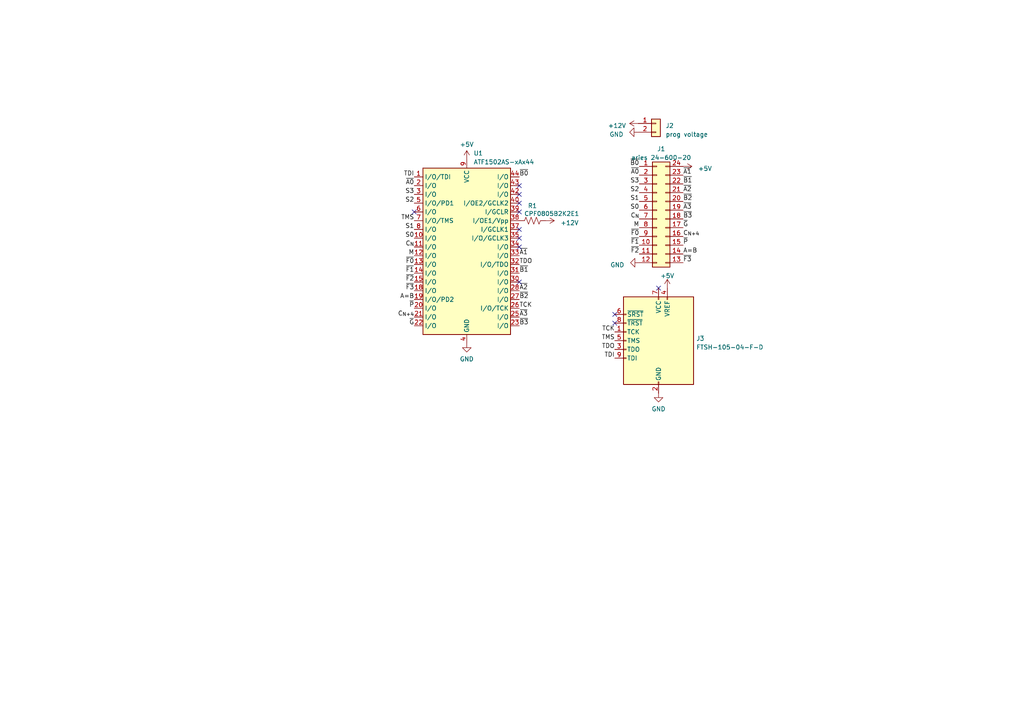
<source format=kicad_sch>
(kicad_sch (version 20230121) (generator eeschema)
  (paper "A4")
  (title_block (title "74(ls|hc|f)181 replacement cpld") (date "2023-04-12") (rev "0.0.1") (company "Rainy Day Plans"))
  (lib_symbols
    (symbol "CPLD_Microchip:ATF1502AS-xAx44"
      (property "Reference" "U" (at -12.7 24.13 0))
      (property "Value" "ATF1502AS-xAx44" (at 12.7 24.13 0))
      (symbol "ATF1502AS-xAx44_0_1"
        (rectangle (start -12.7 22.86) (end 12.7 -25.4) (stroke (width 0.254)) (fill (type background)))
      )
      (symbol "ATF1502AS-xAx44_1_1"
        (pin bidirectional line (at -15.24 20.32 0) (length 2.54) (name "I/O/TDI") (number "1"))
        (pin bidirectional line (at -15.24 2.54 0) (length 2.54) (name "I/O") (number "10"))
        (pin bidirectional line (at -15.24 0 0) (length 2.54) (name "I/O") (number "11"))
        (pin bidirectional line (at -15.24 -2.54 0) (length 2.54) (name "I/O") (number "12"))
        (pin bidirectional line (at -15.24 -5.08 0) (length 2.54) (name "I/O") (number "13"))
        (pin bidirectional line (at -15.24 -7.62 0) (length 2.54) (name "I/O") (number "14"))
        (pin bidirectional line (at -15.24 -10.16 0) (length 2.54) (name "I/O") (number "15"))
        (pin passive line (at 0 -27.94 90) (length 2.54) hide (name "GND") (number "16"))
        (pin passive line (at 0 25.4 270) (length 2.54) hide (name "VCC") (number "17"))
        (pin bidirectional line (at -15.24 -12.7 0) (length 2.54) (name "I/O") (number "18"))
        (pin bidirectional line (at -15.24 -15.24 0) (length 2.54) (name "I/O/PD2") (number "19"))
        (pin bidirectional line (at -15.24 17.78 0) (length 2.54) (name "I/O") (number "2"))
        (pin bidirectional line (at -15.24 -17.78 0) (length 2.54) (name "I/O") (number "20"))
        (pin bidirectional line (at -15.24 -20.32 0) (length 2.54) (name "I/O") (number "21"))
        (pin bidirectional line (at -15.24 -22.86 0) (length 2.54) (name "I/O") (number "22"))
        (pin bidirectional line (at 15.24 -22.86 180) (length 2.54) (name "I/O") (number "23"))
        (pin passive line (at 0 -27.94 90) (length 2.54) hide (name "GND") (number "24"))
        (pin bidirectional line (at 15.24 -20.32 180) (length 2.54) (name "I/O") (number "25"))
        (pin bidirectional line (at 15.24 -17.78 180) (length 2.54) (name "I/O/TCK") (number "26"))
        (pin bidirectional line (at 15.24 -15.24 180) (length 2.54) (name "I/O") (number "27"))
        (pin bidirectional line (at 15.24 -12.7 180) (length 2.54) (name "I/O") (number "28"))
        (pin passive line (at 0 25.4 270) (length 2.54) hide (name "VCC") (number "29"))
        (pin bidirectional line (at -15.24 15.24 0) (length 2.54) (name "I/O") (number "3"))
        (pin bidirectional line (at 15.24 -10.16 180) (length 2.54) (name "I/O") (number "30"))
        (pin bidirectional line (at 15.24 -7.62 180) (length 2.54) (name "I/O") (number "31"))
        (pin bidirectional line (at 15.24 -5.08 180) (length 2.54) (name "I/O/TDO") (number "32"))
        (pin bidirectional line (at 15.24 -2.54 180) (length 2.54) (name "I/O") (number "33"))
        (pin bidirectional line (at 15.24 0 180) (length 2.54) (name "I/O") (number "34"))
        (pin bidirectional line (at 15.24 2.54 180) (length 2.54) (name "I/O/GCLK3") (number "35"))
        (pin passive line (at 0 -27.94 90) (length 2.54) hide (name "GND") (number "36"))
        (pin input line (at 15.24 5.08 180) (length 2.54) (name "I/GCLK1") (number "37"))
        (pin input line (at 15.24 7.62 180) (length 2.54) (name "I/OE1/Vpp") (number "38"))
        (pin input line (at 15.24 10.16 180) (length 2.54) (name "I/GCLR") (number "39"))
        (pin power_in line (at 0 -27.94 90) (length 2.54) (name "GND") (number "4"))
        (pin input line (at 15.24 12.7 180) (length 2.54) (name "I/OE2/GCLK2") (number "40"))
        (pin passive line (at 0 25.4 270) (length 2.54) hide (name "VCC") (number "41"))
        (pin bidirectional line (at 15.24 15.24 180) (length 2.54) (name "I/O") (number "42"))
        (pin bidirectional line (at 15.24 17.78 180) (length 2.54) (name "I/O") (number "43"))
        (pin bidirectional line (at 15.24 20.32 180) (length 2.54) (name "I/O") (number "44"))
        (pin bidirectional line (at -15.24 12.7 0) (length 2.54) (name "I/O/PD1") (number "5"))
        (pin bidirectional line (at -15.24 10.16 0) (length 2.54) (name "I/O") (number "6"))
        (pin bidirectional line (at -15.24 7.62 0) (length 2.54) (name "I/O/TMS") (number "7"))
        (pin bidirectional line (at -15.24 5.08 0) (length 2.54) (name "I/O") (number "8"))
        (pin power_in line (at 0 25.4 270) (length 2.54) (name "VCC") (number "9"))
      )
    )
    (symbol "Connector:AVR-JTAG-10" (pin_names (offset 1.016))
      (property "Reference" "J" (at -8.89 13.97 0))
      (property "Value" "AVR-JTAG-10" (at 1.27 13.97 0))
      (symbol "AVR-JTAG-10_0_1"
        (rectangle (start -2.667 12.7) (end -2.413 11.938))
        (rectangle (start -0.127 -11.938) (end 0.127 -12.7))
        (rectangle (start -0.127 12.7) (end 0.127 11.938))
        (rectangle (start 10.16 -4.953) (end 9.398 -5.207))
        (rectangle (start 10.16 -2.413) (end 9.398 -2.667))
        (rectangle (start 10.16 0.127) (end 9.398 -0.127))
        (rectangle (start 10.16 2.667) (end 9.398 2.413))
        (rectangle (start 10.16 5.207) (end 9.398 4.953))
        (rectangle (start 10.16 7.747) (end 9.398 7.493))
        (rectangle (start 10.16 12.7) (end -10.16 -12.7) (stroke (width 0.254)) (fill (type background)))
      )
      (symbol "AVR-JTAG-10_1_1"
        (pin passive line (at 12.7 2.54 180) (length 2.54) (name "TCK") (number "1"))
        (pin passive line (at 0 -15.24 90) (length 2.54) hide (name "GND") (number "10"))
        (pin passive line (at 0 -15.24 90) (length 2.54) (name "GND") (number "2"))
        (pin passive line (at 12.7 -2.54 180) (length 2.54) (name "TDO") (number "3"))
        (pin passive line (at -2.54 15.24 270) (length 2.54) (name "VREF") (number "4"))
        (pin passive line (at 12.7 0 180) (length 2.54) (name "TMS") (number "5"))
        (pin passive line (at 12.7 7.62 180) (length 2.54) (name "~{SRST}") (number "6"))
        (pin passive line (at 0 15.24 270) (length 2.54) (name "VCC") (number "7"))
        (pin passive line (at 12.7 5.08 180) (length 2.54) (name "~{TRST}") (number "8"))
        (pin passive line (at 12.7 -5.08 180) (length 2.54) (name "TDI") (number "9"))
      )
    )
    (symbol "Connector_Generic:Conn_01x02" (pin_names (offset 1.016) hide)
      (property "Reference" "J" (at 0 2.54 0))
      (property "Value" "Conn_01x02" (at 0 -5.08 0))
      (symbol "Conn_01x02_1_1"
        (rectangle (start -1.27 -2.413) (end 0 -2.667) (stroke (width 0.1524)))
        (rectangle (start -1.27 0.127) (end 0 -0.127) (stroke (width 0.1524)))
        (rectangle (start -1.27 1.27) (end 1.27 -3.81) (stroke (width 0.254)) (fill (type background)))
        (pin passive line (at -5.08 0 0) (length 3.81) (name "Pin_1") (number "1"))
        (pin passive line (at -5.08 -2.54 0) (length 3.81) (name "Pin_2") (number "2"))
      )
    )
    (symbol "Connector_Generic:Conn_02x12_Counter_Clockwise" (pin_names (offset 1.016) hide)
      (property "Reference" "J" (at 1.27 15.24 0))
      (property "Value" "Conn_02x12_Counter_Clockwise" (at 1.27 -17.78 0))
      (symbol "Conn_02x12_Counter_Clockwise_1_1"
        (rectangle (start -1.27 -15.113) (end 0 -15.367) (stroke (width 0.1524)))
        (rectangle (start -1.27 -12.573) (end 0 -12.827) (stroke (width 0.1524)))
        (rectangle (start -1.27 -10.033) (end 0 -10.287) (stroke (width 0.1524)))
        (rectangle (start -1.27 -7.493) (end 0 -7.747) (stroke (width 0.1524)))
        (rectangle (start -1.27 -4.953) (end 0 -5.207) (stroke (width 0.1524)))
        (rectangle (start -1.27 -2.413) (end 0 -2.667) (stroke (width 0.1524)))
        (rectangle (start -1.27 0.127) (end 0 -0.127) (stroke (width 0.1524)))
        (rectangle (start -1.27 2.667) (end 0 2.413) (stroke (width 0.1524)))
        (rectangle (start -1.27 5.207) (end 0 4.953) (stroke (width 0.1524)))
        (rectangle (start -1.27 7.747) (end 0 7.493) (stroke (width 0.1524)))
        (rectangle (start -1.27 10.287) (end 0 10.033) (stroke (width 0.1524)))
        (rectangle (start -1.27 12.827) (end 0 12.573) (stroke (width 0.1524)))
        (rectangle (start -1.27 13.97) (end 3.81 -16.51) (stroke (width 0.254)) (fill (type background)))
        (rectangle (start 3.81 -15.113) (end 2.54 -15.367) (stroke (width 0.1524)))
        (rectangle (start 3.81 -12.573) (end 2.54 -12.827) (stroke (width 0.1524)))
        (rectangle (start 3.81 -10.033) (end 2.54 -10.287) (stroke (width 0.1524)))
        (rectangle (start 3.81 -7.493) (end 2.54 -7.747) (stroke (width 0.1524)))
        (rectangle (start 3.81 -4.953) (end 2.54 -5.207) (stroke (width 0.1524)))
        (rectangle (start 3.81 -2.413) (end 2.54 -2.667) (stroke (width 0.1524)))
        (rectangle (start 3.81 0.127) (end 2.54 -0.127) (stroke (width 0.1524)))
        (rectangle (start 3.81 2.667) (end 2.54 2.413) (stroke (width 0.1524)))
        (rectangle (start 3.81 5.207) (end 2.54 4.953) (stroke (width 0.1524)))
        (rectangle (start 3.81 7.747) (end 2.54 7.493) (stroke (width 0.1524)))
        (rectangle (start 3.81 10.287) (end 2.54 10.033) (stroke (width 0.1524)))
        (rectangle (start 3.81 12.827) (end 2.54 12.573) (stroke (width 0.1524)))
        (pin passive line (at -5.08 12.7 0) (length 3.81) (name "Pin_1") (number "1"))
        (pin passive line (at -5.08 -10.16 0) (length 3.81) (name "Pin_10") (number "10"))
        (pin passive line (at -5.08 -12.7 0) (length 3.81) (name "Pin_11") (number "11"))
        (pin passive line (at -5.08 -15.24 0) (length 3.81) (name "Pin_12") (number "12"))
        (pin passive line (at 7.62 -15.24 180) (length 3.81) (name "Pin_13") (number "13"))
        (pin passive line (at 7.62 -12.7 180) (length 3.81) (name "Pin_14") (number "14"))
        (pin passive line (at 7.62 -10.16 180) (length 3.81) (name "Pin_15") (number "15"))
        (pin passive line (at 7.62 -7.62 180) (length 3.81) (name "Pin_16") (number "16"))
        (pin passive line (at 7.62 -5.08 180) (length 3.81) (name "Pin_17") (number "17"))
        (pin passive line (at 7.62 -2.54 180) (length 3.81) (name "Pin_18") (number "18"))
        (pin passive line (at 7.62 0 180) (length 3.81) (name "Pin_19") (number "19"))
        (pin passive line (at -5.08 10.16 0) (length 3.81) (name "Pin_2") (number "2"))
        (pin passive line (at 7.62 2.54 180) (length 3.81) (name "Pin_20") (number "20"))
        (pin passive line (at 7.62 5.08 180) (length 3.81) (name "Pin_21") (number "21"))
        (pin passive line (at 7.62 7.62 180) (length 3.81) (name "Pin_22") (number "22"))
        (pin passive line (at 7.62 10.16 180) (length 3.81) (name "Pin_23") (number "23"))
        (pin passive line (at 7.62 12.7 180) (length 3.81) (name "Pin_24") (number "24"))
        (pin passive line (at -5.08 7.62 0) (length 3.81) (name "Pin_3") (number "3"))
        (pin passive line (at -5.08 5.08 0) (length 3.81) (name "Pin_4") (number "4"))
        (pin passive line (at -5.08 2.54 0) (length 3.81) (name "Pin_5") (number "5"))
        (pin passive line (at -5.08 0 0) (length 3.81) (name "Pin_6") (number "6"))
        (pin passive line (at -5.08 -2.54 0) (length 3.81) (name "Pin_7") (number "7"))
        (pin passive line (at -5.08 -5.08 0) (length 3.81) (name "Pin_8") (number "8"))
        (pin passive line (at -5.08 -7.62 0) (length 3.81) (name "Pin_9") (number "9"))
      )
    )
    (symbol "Device:R_US" (pin_numbers hide) (pin_names (offset 0))
      (property "Reference" "R" (at 2.54 0 90))
      (property "Value" "R_US" (at -2.54 0 90))
      (symbol "R_US_0_1"
        (polyline (pts (xy 0 -2.286) (xy 0 -2.54)))
        (polyline (pts (xy 0 2.286) (xy 0 2.54)))
        (polyline (pts (xy 0 -0.762) (xy 1.016 -1.143) (xy 0 -1.524) (xy -1.016 -1.905) (xy 0 -2.286)))
        (polyline (pts (xy 0 0.762) (xy 1.016 0.381) (xy 0 0) (xy -1.016 -0.381) (xy 0 -0.762)))
        (polyline (pts (xy 0 2.286) (xy 1.016 1.905) (xy 0 1.524) (xy -1.016 1.143) (xy 0 0.762)))
      )
      (symbol "R_US_1_1"
        (pin passive line (at 0 3.81 270) (length 1.27) (name "~") (number "1"))
        (pin passive line (at 0 -3.81 90) (length 1.27) (name "~") (number "2"))
      )
    )
    (symbol "power:+12V" (power) (pin_names (offset 0))
      (property "Value" "+12V" (at 0 3.556 0))
      (symbol "+12V_0_1"
        (polyline (pts (xy -0.762 1.27) (xy 0 2.54)))
        (polyline (pts (xy 0 0) (xy 0 2.54)))
        (polyline (pts (xy 0 2.54) (xy 0.762 1.27)))
      )
      (symbol "+12V_1_1"
        (pin power_in line (at 0 0 90) (length 0) hide (name "+12V") (number "1"))
      )
    )
    (symbol "power:+5V" (power) (pin_names (offset 0))
      (property "Value" "+5V" (at 0 3.556 0))
      (symbol "+5V_0_1"
        (polyline (pts (xy -0.762 1.27) (xy 0 2.54)))
        (polyline (pts (xy 0 0) (xy 0 2.54)))
        (polyline (pts (xy 0 2.54) (xy 0.762 1.27)))
      )
      (symbol "+5V_1_1"
        (pin power_in line (at 0 0 90) (length 0) hide (name "+5V") (number "1"))
      )
    )
    (symbol "power:GND" (power) (pin_names (offset 0))
      (property "Value" "GND" (at 0 -3.81 0))
      (symbol "GND_0_1"
        (polyline (pts (xy 0 0) (xy 0 -1.27) (xy 1.27 -1.27) (xy 0 -2.54) (xy -1.27 -1.27) (xy 0 -1.27)))
      )
      (symbol "GND_1_1"
        (pin power_in line (at 0 0 270) (length 0) hide (name "GND") (number "1"))
      )
    )
  )
  (no_connect (at 178.308 91.186))
  (no_connect (at 120.142 61.468))
  (no_connect (at 191.008 83.566))
  (no_connect (at 150.622 69.088))
  (no_connect (at 150.622 58.928))
  (no_connect (at 150.622 53.848))
  (no_connect (at 150.622 81.788))
  (no_connect (at 150.622 66.548))
  (no_connect (at 150.622 71.628))
  (no_connect (at 178.308 93.726))
  (no_connect (at 150.622 61.468))
  (no_connect (at 150.622 56.388))
  (label "~{B1}" (at 198.12 53.34 0))
  (label "S2" (at 120.142 58.928 180))
  (label "TDI" (at 120.142 51.308 180))
  (label "M" (at 185.42 66.04 180))
  (label "~{A3}" (at 150.622 91.948 0))
  (label "S2" (at 185.42 55.88 180))
  (label "~{A2}" (at 198.12 55.88 0))
  (label "C_{N+4}" (at 120.142 91.948 180))
  (label "~{B2}" (at 150.622 86.868 0))
  (label "M" (at 120.142 74.168 180))
  (label "~{P}" (at 120.142 89.408 180))
  (label "C_{N}" (at 185.42 63.5 180))
  (label "S1" (at 120.142 66.548 180))
  (label "S3" (at 185.42 53.34 180))
  (label "~{B0}" (at 150.622 51.308 0))
  (label "~{F2}" (at 185.42 73.66 180))
  (label "~{F0}" (at 120.142 76.708 180))
  (label "~{A1}" (at 150.622 74.168 0))
  (label "~{B1}" (at 150.622 79.248 0))
  (label "~{F3}" (at 198.12 76.2 0))
  (label "~{A0}" (at 185.42 50.8 180))
  (label "S3" (at 120.142 56.388 180))
  (label "C_{N+4}" (at 198.12 68.58 0))
  (label "TDO" (at 150.622 76.708 0))
  (label "~{A2}" (at 150.622 84.328 0))
  (label "~{B2}" (at 198.12 58.42 0))
  (label "C_{N}" (at 120.142 71.628 180))
  (label "TCK" (at 150.622 89.408 0))
  (label "~{A1}" (at 198.12 50.8 0))
  (label "~{G}" (at 198.12 66.04 0))
  (label "TDO" (at 178.308 101.346 180))
  (label "~{F0}" (at 185.42 68.58 180))
  (label "TMS" (at 178.308 98.806 180))
  (label "~{B3}" (at 150.622 94.488 0))
  (label "S0" (at 120.142 69.088 180))
  (label "TMS" (at 120.142 64.008 180))
  (label "TDI" (at 178.308 103.886 180))
  (label "~{B0}" (at 185.42 48.26 180))
  (label "~{P}" (at 198.12 71.12 0))
  (label "S0" (at 185.42 60.96 180))
  (label "~{F1}" (at 120.142 79.248 180))
  (label "~{F3}" (at 120.142 84.328 180))
  (label "~{G}" (at 120.142 94.488 180))
  (label "A=B" (at 198.12 73.66 0))
  (label "~{A0}" (at 120.142 53.848 180))
  (label "TCK" (at 178.308 96.266 180))
  (label "~{F1}" (at 185.42 71.12 180))
  (label "~{F2}" (at 120.142 81.788 180))
  (label "A=B" (at 120.142 86.868 180))
  (label "~{A3}" (at 198.12 60.96 0))
  (label "S1" (at 185.42 58.42 180))
  (label "~{B3}" (at 198.12 63.5 0))
  (symbol (lib_id "power:+5V") (at 198.12 48.26 270) (unit 1)
    (property "Reference" "#PWR02" (effects hide))
    (property "Value" "+5V" (at 202.438 48.895 90) (effects (justify left)))
  )
  (symbol (lib_id "Connector_Generic:Conn_02x12_Counter_Clockwise") (at 190.5 60.96 0) (unit 1)
    (property "Reference" "J1" (at 191.77 43.18 0))
    (property "Value" "aries 24-600-20" (at 191.77 45.72 0))
    (property "Footprint" "Package_DIP:DIP-24_W15.24mm_Socket" (effects hide))
    (property "Datasheet" "https://www.arieselec.com/wp-content/uploads/2020/02/12032-dip-header.pdf" (effects hide))
  )
  (symbol (lib_id "power:GND") (at 191.008 114.046 0) (mirror y) (unit 1)
    (property "Reference" "#PWR05" (effects hide))
    (property "Value" "GND" (at 191.008 118.618 0))
  )
  (symbol (lib_id "power:+5V") (at 193.548 83.566 0) (unit 1)
    (property "Reference" "#PWR06" (effects hide))
    (property "Value" "+5V" (at 193.548 80.01 0))
  )
  (symbol (lib_id "power:GND") (at 135.382 99.568 0) (unit 1)
    (property "Reference" "#PWR03" (effects hide))
    (property "Value" "GND" (at 135.382 104.14 0))
  )
  (symbol (lib_id "power:GND") (at 185.166 38.354 270) (unit 1)
    (property "Reference" "#PWR07" (effects hide))
    (property "Value" "GND" (at 180.848 38.989 90) (effects (justify right)))
  )
  (symbol (lib_id "power:+12V") (at 158.242 64.008 270) (unit 1)
    (property "Reference" "#PWR09" (effects hide))
    (property "Value" "+12V" (at 162.56 64.643 90) (effects (justify left)))
  )
  (symbol (lib_id "Connector:AVR-JTAG-10") (at 191.008 98.806 0) (mirror y) (unit 1)
    (property "Reference" "J3" (at 201.93 98.171 0) (effects (justify right)))
    (property "Value" "FTSH-105-04-F-D" (at 201.93 100.711 0) (effects (justify right)))
    (property "Footprint" "Connector_PinHeader_1.27mm:PinHeader_2x05_P1.27mm_Vertical" (effects hide))
    (property "Datasheet" "https://www.mouser.com/datasheet/2/527/ftsh_th-2854322.pdf" (effects hide))
  )
  (symbol (lib_id "power:+12V") (at 185.166 35.814 90) (unit 1)
    (property "Reference" "#PWR08" (effects hide))
    (property "Value" "+12V" (at 181.61 36.449 90) (effects (justify left)))
  )
  (symbol (lib_id "power:+5V") (at 135.382 46.228 0) (unit 1)
    (property "Reference" "#PWR01" (effects hide))
    (property "Value" "+5V" (at 135.382 41.91 0))
  )
  (symbol (lib_id "CPLD_Microchip:ATF1502AS-xAx44") (at 135.382 71.628 0) (unit 1)
    (property "Reference" "U1" (at 137.3379 44.45 0) (effects (justify left)))
    (property "Value" "ATF1502AS-xAx44" (at 137.3379 46.99 0) (effects (justify left)))
    (property "Footprint" "Package_QFP:TQFP-44_10x10mm_P0.8mm" (effects hide))
    (property "Datasheet" "http://ww1.microchip.com/downloads/en/DeviceDoc/Atmel-0995-CPLD-ATF1502AS(L)-Datasheet.pdf" (effects hide))
  )
  (symbol (lib_id "power:GND") (at 185.42 76.2 270) (unit 1)
    (property "Reference" "#PWR04" (effects hide))
    (property "Value" "GND" (at 181.102 76.835 90) (effects (justify right)))
  )
  (symbol (lib_id "Connector_Generic:Conn_01x02") (at 190.246 35.814 0) (unit 1)
    (property "Reference" "J2" (at 193.04 36.449 0) (effects (justify left)))
    (property "Value" "prog voltage" (at 193.04 38.989 0) (effects (justify left)))
    (property "Footprint" "Connector_PinHeader_1.27mm:PinHeader_1x02_P1.27mm_Vertical" (effects hide))
  )
  (symbol (lib_id "Device:R_US") (at 154.432 64.008 90) (unit 1)
    (property "Reference" "R1" (at 154.432 59.69 90))
    (property "Value" "CPF0805B2K2E1" (at 160.02 61.976 90))
    (property "Footprint" "Resistor_SMD:R_0805_2012Metric" (effects hide))
    (property "Datasheet" "https://www.te.com/commerce/DocumentDelivery/DDEController?Action=srchrtrv&DocNm=1773200&DocType=DS&DocLang=English" (effects hide))
  )
)
</source>
